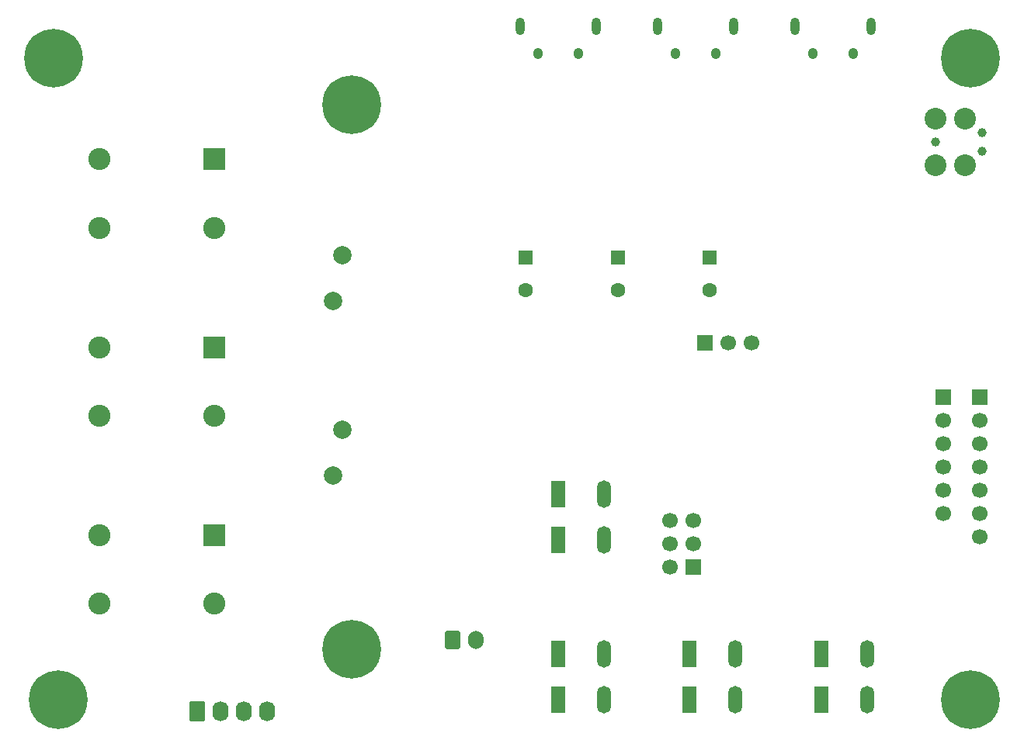
<source format=gbr>
%TF.GenerationSoftware,KiCad,Pcbnew,9.0.1+1*%
%TF.CreationDate,2025-05-28T08:24:08+00:00*%
%TF.ProjectId,akkupack-ng,616b6b75-7061-4636-9b2d-6e672e6b6963,rev?*%
%TF.SameCoordinates,Original*%
%TF.FileFunction,Soldermask,Bot*%
%TF.FilePolarity,Negative*%
%FSLAX46Y46*%
G04 Gerber Fmt 4.6, Leading zero omitted, Abs format (unit mm)*
G04 Created by KiCad (PCBNEW 9.0.1+1) date 2025-05-28 08:24:08*
%MOMM*%
%LPD*%
G01*
G04 APERTURE LIST*
G04 Aperture macros list*
%AMRoundRect*
0 Rectangle with rounded corners*
0 $1 Rounding radius*
0 $2 $3 $4 $5 $6 $7 $8 $9 X,Y pos of 4 corners*
0 Add a 4 corners polygon primitive as box body*
4,1,4,$2,$3,$4,$5,$6,$7,$8,$9,$2,$3,0*
0 Add four circle primitives for the rounded corners*
1,1,$1+$1,$2,$3*
1,1,$1+$1,$4,$5*
1,1,$1+$1,$6,$7*
1,1,$1+$1,$8,$9*
0 Add four rect primitives between the rounded corners*
20,1,$1+$1,$2,$3,$4,$5,0*
20,1,$1+$1,$4,$5,$6,$7,0*
20,1,$1+$1,$6,$7,$8,$9,0*
20,1,$1+$1,$8,$9,$2,$3,0*%
G04 Aperture macros list end*
%ADD10C,2.374900*%
%ADD11C,0.990600*%
%ADD12R,2.413000X2.413000*%
%ADD13C,2.413000*%
%ADD14R,1.700000X1.700000*%
%ADD15C,1.700000*%
%ADD16C,6.400000*%
%ADD17R,1.500000X3.000000*%
%ADD18O,1.500000X3.000000*%
%ADD19O,1.000000X1.900000*%
%ADD20O,1.050000X1.250000*%
%ADD21C,2.000000*%
%ADD22RoundRect,0.250000X-0.620000X-0.845000X0.620000X-0.845000X0.620000X0.845000X-0.620000X0.845000X0*%
%ADD23O,1.740000X2.190000*%
%ADD24R,1.600000X1.600000*%
%ADD25C,1.600000*%
%ADD26RoundRect,0.250000X-0.600000X-0.750000X0.600000X-0.750000X0.600000X0.750000X-0.600000X0.750000X0*%
%ADD27O,1.700000X2.000000*%
G04 APERTURE END LIST*
D10*
%TO.C,J202*%
X151170000Y-56600000D03*
D11*
X151170000Y-59140000D03*
D10*
X151170000Y-61680000D03*
X154345000Y-56600000D03*
X154345000Y-61680000D03*
D11*
X156250000Y-58124000D03*
X156250000Y-60156000D03*
%TD*%
D12*
%TO.C,J106*%
X72500000Y-61000000D03*
D13*
X60000000Y-61000000D03*
X72500000Y-68500000D03*
X60000000Y-68500000D03*
%TD*%
D14*
%TO.C,J203*%
X152000000Y-87000000D03*
D15*
X152000000Y-89540000D03*
X152000000Y-92080000D03*
X152000000Y-94620000D03*
X152000000Y-97160000D03*
X152000000Y-99700000D03*
%TD*%
D14*
%TO.C,J201*%
X156000000Y-87000000D03*
D15*
X156000000Y-89540000D03*
X156000000Y-92080000D03*
X156000000Y-94620000D03*
X156000000Y-97160000D03*
X156000000Y-99700000D03*
X156000000Y-102240000D03*
%TD*%
D16*
%TO.C,H106*%
X155000000Y-120000000D03*
%TD*%
D17*
%TO.C,J101*%
X110000000Y-115000000D03*
X110000000Y-120000000D03*
D18*
X115000000Y-115000000D03*
X115000000Y-120000000D03*
%TD*%
D19*
%TO.C,J301*%
X114175000Y-46460000D03*
D20*
X112225000Y-49460000D03*
X107775000Y-49460000D03*
D19*
X105825000Y-46460000D03*
%TD*%
D17*
%TO.C,J103*%
X138700000Y-115000000D03*
X138700000Y-120000000D03*
D18*
X143700000Y-115000000D03*
X143700000Y-120000000D03*
%TD*%
D21*
%TO.C,F102*%
X85500000Y-76500000D03*
X86500000Y-71500000D03*
%TD*%
D16*
%TO.C,H101*%
X87500000Y-55000000D03*
%TD*%
D22*
%TO.C,J205*%
X70670000Y-121250000D03*
D23*
X73210000Y-121250000D03*
X75750000Y-121250000D03*
X78290000Y-121250000D03*
%TD*%
D24*
%TO.C,C209*%
X106500000Y-71750000D03*
D25*
X106500000Y-75250000D03*
%TD*%
D12*
%TO.C,J105*%
X72500000Y-81500000D03*
D13*
X60000000Y-81500000D03*
X72500000Y-89000000D03*
X60000000Y-89000000D03*
%TD*%
D12*
%TO.C,J104*%
X72500000Y-102000000D03*
D13*
X60000000Y-102000000D03*
X72500000Y-109500000D03*
X60000000Y-109500000D03*
%TD*%
D16*
%TO.C,H104*%
X55500000Y-120000000D03*
%TD*%
%TO.C,H102*%
X87500000Y-114500000D03*
%TD*%
D21*
%TO.C,F101*%
X85500000Y-95500000D03*
X86500000Y-90500000D03*
%TD*%
D17*
%TO.C,J102*%
X124350000Y-115000000D03*
X124350000Y-120000000D03*
D18*
X129350000Y-115000000D03*
X129350000Y-120000000D03*
%TD*%
D16*
%TO.C,H105*%
X155000000Y-50000000D03*
%TD*%
D26*
%TO.C,J501*%
X98500000Y-113475000D03*
D27*
X101000000Y-113475000D03*
%TD*%
D24*
%TO.C,C208*%
X116500000Y-71750000D03*
D25*
X116500000Y-75250000D03*
%TD*%
D17*
%TO.C,J107*%
X110000500Y-97500000D03*
X110000500Y-102500000D03*
D18*
X115000500Y-97500000D03*
X115000500Y-102500000D03*
%TD*%
D19*
%TO.C,J204*%
X144175000Y-46460000D03*
D20*
X142225000Y-49460000D03*
X137775000Y-49460000D03*
D19*
X135825000Y-46460000D03*
%TD*%
D24*
%TO.C,C205*%
X126500000Y-71750000D03*
D25*
X126500000Y-75250000D03*
%TD*%
D16*
%TO.C,H103*%
X55000000Y-50000000D03*
%TD*%
D14*
%TO.C,JP202*%
X126000000Y-81000000D03*
D15*
X128540000Y-81000000D03*
X131080000Y-81000000D03*
%TD*%
D19*
%TO.C,J401*%
X129175000Y-46460000D03*
D20*
X127225000Y-49460000D03*
X122775000Y-49460000D03*
D19*
X120825000Y-46460000D03*
%TD*%
D14*
%TO.C,J502*%
X124775000Y-105540000D03*
D15*
X122235000Y-105540000D03*
X124775000Y-103000000D03*
X122235000Y-103000000D03*
X124775000Y-100460000D03*
X122235000Y-100460000D03*
%TD*%
M02*

</source>
